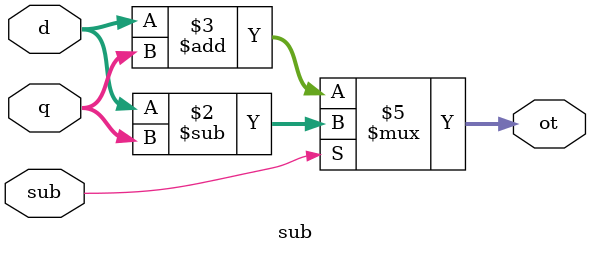
<source format=v>
module ir(D,load,Clear,clk,IR158 ,IR70 ); 

input load,Clear,clk; 
input [15:0] D; 

output reg [7:0] IR158; 
output reg [7:0] IR70; 

always @(posedge clk) 
begin 
if(Clear) 
	begin 
			IR158<=0; 
			IR70<=0; 
	end 

if(load)    // 把指令load进去,在CU判断.
	begin 
				IR158<=D[15:8]; 
				IR70<=D[7:0]; 
				 // for gengeral register load 
		// for memory load
	end 

end
endmodule 
 

//RAM memory模块 

module mem1(data,addr,qout,we,clk,reset); 

input[15:0]data; 
input reset;
 input [5:0]addr;
 input we,clk; 
output[15:0] qout; 
reg[15:0] qout; 
parameter memsize=64; //64*16位

reg[15:0] mem[memsize-1:0]; 
 
always @(posedge clk or posedge reset) 
if(reset) 
//如果reset那就初始化
begin   
//对 RAM 初始化 COUNT 指令 
 	mem[0]<=16'h1100;  	mem[1]<=0;  	mem[2]<=16'he300;  
	mem[3]<=0;  	mem[4]<=16'h5020; mem[5]<=0; mem[6]<=16'h403e; mem[7]<=16'h0000;
	mem[8]<=0; mem[9]<=16'h800b; mem[11]<=16'h603f;   
 	mem[63]<=16'hf200; 
end 
else begin  
 	if(we) 
      	mem[addr]<=data;  
			else  
	 	qout<=mem[addr]; 
	end 
endmodule 

//general register 模块 
module memR(data,addr,qout,we,clk,reset); 
input[15:0]data; 
input reset;
input [2:0]addr;
input we,clk; 
output[15:0] qout; 
reg[15:0] qout; 
parameter memsize=8; //8*16位
reg[15:0] mem[memsize-1:0]; 

always @(posedge clk or posedge reset ) if(reset) 
//如果reset那就初始化
begin   
//对 RAM 初始化 COUNT 指令 
 	mem[0]<=0;  	mem[1]<=1;  	mem[2]<=2;  
	mem[3]<=3;  	mem[4]<=4; mem[5]<=5;  mem[6]<=6;
	mem[7]<=7; 
end 
else begin  
 	if(we)   // we =1 读入, 
      mem[addr]<=data;   //读入
			else  
	 	qout<=mem[addr];  //写出
end 
endmodule 


//当前位置寄存器 PC 模块 
module pc(D50,load,Clear,clk,pc_addr);

input load,Clear,clk; 
input [5:0] D50; 
output reg [5:0] pc_addr; 

always @(posedge clk)  
if(Clear) 
    pc_addr<=0; 
else 
begin     
	if(load) 
            pc_addr<=D50;            
end 


endmodule 

//寄存器 A 模块 

module a(load,Clear,clk,D,Output,Apos,Aeq0 ); 

input load,Clear,clk; 
input [15:0] D; 
output reg [15:0] Output; 

output Apos,Aeq0; 
  

always @(posedge clk)  if(Clear) 
    Output<=0; 
else 
begin     if(load) 
            Output<=D;            
end 

assign Apos=~Output[15]; 

assign Aeq0=(Output==0)? 1:0; 

endmodule 
 
//sub & add 模块 
module sub(d,q,sub,ot ); 

input [7:0] d,q; 

input sub; 
output reg [7:0] ot; 
  
always @(d or q or sub) 

if(sub) ot=d-q; 
else ot=d+q; 


endmodule 

</source>
